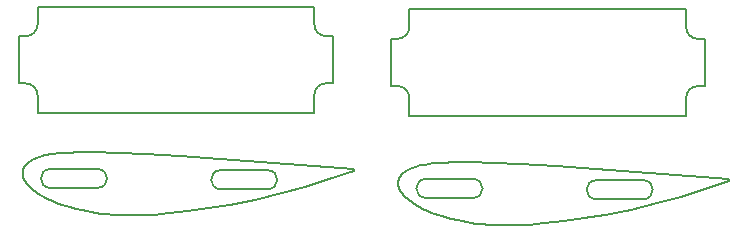
<source format=gbr>
G04 #@! TF.GenerationSoftware,KiCad,Pcbnew,(5.1.2)-1*
G04 #@! TF.CreationDate,2019-05-11T22:09:40-07:00*
G04 #@! TF.ProjectId,wing,77696e67-2e6b-4696-9361-645f70636258,rev?*
G04 #@! TF.SameCoordinates,Original*
G04 #@! TF.FileFunction,Profile,NP*
%FSLAX46Y46*%
G04 Gerber Fmt 4.6, Leading zero omitted, Abs format (unit mm)*
G04 Created by KiCad (PCBNEW (5.1.2)-1) date 2019-05-11 22:09:40*
%MOMM*%
%LPD*%
G04 APERTURE LIST*
%ADD10C,0.200000*%
G04 APERTURE END LIST*
D10*
X37842314Y-193205469D02*
X36054507Y-193513125D01*
X48367111Y-190318767D02*
X46292071Y-191037122D01*
X44253956Y-191666131D02*
X42263748Y-192213298D01*
X42263748Y-192213298D02*
X40011992Y-192757691D01*
X40011992Y-192757691D02*
X37842314Y-193205469D01*
X46292071Y-191037122D02*
X44253956Y-191666131D01*
X36054507Y-193513125D02*
X34341709Y-193752068D01*
X22612637Y-192789323D02*
X22372411Y-192673574D01*
X28742849Y-194078262D02*
X28052513Y-194046986D01*
X27384086Y-193994504D02*
X26952802Y-193948077D01*
X26952802Y-193948077D02*
X26534445Y-193893060D01*
X25364622Y-193683367D02*
X24828887Y-193557749D01*
X26130055Y-193830126D02*
X25740032Y-193759987D01*
X21931443Y-192435586D02*
X21829544Y-192374970D01*
X21731019Y-192313992D02*
X21635881Y-192252692D01*
X21544143Y-192191115D02*
X21455813Y-192129302D01*
X23131844Y-193012878D02*
X22865831Y-192902516D01*
X22145293Y-192555557D02*
X21931443Y-192435586D01*
X21829544Y-192374970D02*
X21731019Y-192313992D01*
X34341709Y-193752068D02*
X32712865Y-193926298D01*
X26534445Y-193893060D02*
X26130055Y-193830126D01*
X25740032Y-193759987D02*
X25364622Y-193683367D01*
X32712865Y-193926298D02*
X31419328Y-194024805D01*
X22372411Y-192673574D02*
X22145293Y-192555557D01*
X31419328Y-194024805D02*
X30421462Y-194072236D01*
X24007083Y-193324510D02*
X23702320Y-193224125D01*
X30421462Y-194072236D02*
X29451599Y-194088663D01*
X29451599Y-194088663D02*
X28742849Y-194078262D01*
X28052513Y-194046986D02*
X27384086Y-193994504D01*
X24828887Y-193557749D02*
X24325374Y-193421032D01*
X24325374Y-193421032D02*
X24007083Y-193324510D01*
X23702320Y-193224125D02*
X23410658Y-193120164D01*
X23410658Y-193120164D02*
X23131844Y-193012878D01*
X22865831Y-192902516D02*
X22612637Y-192789323D01*
X21635881Y-192252692D02*
X21544143Y-192191115D01*
X20402565Y-190128982D02*
X20413319Y-190102660D01*
X21455813Y-192129302D02*
X21370895Y-192067295D01*
X21370895Y-192067295D02*
X21289393Y-192005135D01*
X20386092Y-190868283D02*
X20377023Y-190838493D01*
X21065402Y-191818138D02*
X20997582Y-191755765D01*
X20933143Y-191693423D02*
X20872073Y-191631143D01*
X20424800Y-190076578D02*
X20436973Y-190050812D01*
X20537537Y-191199269D02*
X20519878Y-191169002D01*
X20368819Y-190809056D02*
X20361329Y-190779443D01*
X20343665Y-190691601D02*
X20339313Y-190662360D01*
X20366750Y-190236807D02*
X20374612Y-190209511D01*
X20661167Y-191383240D02*
X20616697Y-191321695D01*
X20456820Y-191047843D02*
X20442978Y-191017560D01*
X20329728Y-190546681D02*
X20329266Y-190518033D01*
X20359619Y-190264302D02*
X20366750Y-190236807D01*
X20463474Y-190000041D02*
X20477821Y-189975004D01*
X21289393Y-192005135D02*
X21211304Y-191942862D01*
X20708921Y-191444982D02*
X20661167Y-191383240D01*
X20353220Y-190291977D02*
X20359619Y-190264302D01*
X20616697Y-191321695D02*
X20575493Y-191260364D01*
X20471297Y-191077852D02*
X20456820Y-191047843D01*
X20442978Y-191017560D02*
X20430080Y-190987687D01*
X21211304Y-191942862D02*
X21136627Y-191880514D01*
X20524972Y-189901734D02*
X20542167Y-189877750D01*
X20342655Y-190347801D02*
X20347563Y-190319813D01*
X20872073Y-191631143D02*
X20814357Y-191568959D01*
X20374612Y-190209511D02*
X20383204Y-190182427D01*
X20508585Y-189925837D02*
X20524972Y-189901734D01*
X20348763Y-190720731D02*
X20343665Y-190691601D01*
X20330653Y-190460903D02*
X20332504Y-190432462D01*
X20335121Y-190404145D02*
X20338507Y-190375912D01*
X20814357Y-191568959D02*
X20759978Y-191506896D01*
X20519878Y-191169002D02*
X20502811Y-191138427D01*
X20339313Y-190662360D02*
X20335763Y-190633389D01*
X20383204Y-190182427D02*
X20392522Y-190155583D01*
X21136627Y-191880514D02*
X21065402Y-191818138D01*
X20575493Y-191260364D02*
X20556229Y-191229977D01*
X20556229Y-191229977D02*
X20537537Y-191199269D01*
X20335763Y-190633389D02*
X20332971Y-190604341D01*
X20413319Y-190102660D02*
X20424800Y-190076578D01*
X20361329Y-190779443D02*
X20354680Y-190750159D01*
X20449889Y-190025252D02*
X20463474Y-190000041D01*
X20542167Y-189877750D02*
X20559944Y-189854198D01*
X20338507Y-190375912D02*
X20342655Y-190347801D01*
X20486747Y-191108286D02*
X20471297Y-191077852D01*
X20430080Y-190987687D02*
X20417837Y-190957562D01*
X20406509Y-190927832D02*
X20395856Y-190897869D01*
X20436973Y-190050812D02*
X20449889Y-190025252D01*
X20417837Y-190957562D02*
X20406509Y-190927832D01*
X20377023Y-190838493D02*
X20368819Y-190809056D01*
X20332971Y-190604341D02*
X20330966Y-190575531D01*
X20330966Y-190575531D02*
X20329728Y-190546681D01*
X20354680Y-190750159D02*
X20348763Y-190720731D01*
X20332504Y-190432462D02*
X20335121Y-190404145D01*
X20492811Y-189950348D02*
X20508585Y-189925837D01*
X20392522Y-190155583D02*
X20402565Y-190128982D01*
X20477821Y-189975004D02*
X20492811Y-189950348D01*
X20997582Y-191755765D02*
X20933143Y-191693423D01*
X20329575Y-190489387D02*
X20330653Y-190460903D01*
X20759978Y-191506896D02*
X20708921Y-191444982D01*
X20329266Y-190518033D02*
X20329575Y-190489387D01*
X20347563Y-190319813D02*
X20353220Y-190291977D01*
X20502811Y-191138427D02*
X20486747Y-191108286D01*
X20395856Y-190897869D02*
X20386092Y-190868283D01*
X23697547Y-188811625D02*
X24246782Y-188777615D01*
X24989523Y-188756054D02*
X26293850Y-188763180D01*
X48352127Y-190209837D02*
X48367111Y-190318767D01*
X20597712Y-189807740D02*
X20617730Y-189784816D01*
X20704391Y-189696190D02*
X20727646Y-189674817D01*
X20776440Y-189632649D02*
X20802003Y-189611846D01*
X21410649Y-189268589D02*
X21488290Y-189237800D01*
X21488290Y-189237800D02*
X21568448Y-189208002D01*
X20939037Y-189512510D02*
X20998581Y-189474569D01*
X21568448Y-189208002D02*
X21651109Y-189179187D01*
X22006776Y-189073634D02*
X22199468Y-189026568D01*
X41085124Y-191874735D02*
X37085124Y-191874735D01*
X21192985Y-189366980D02*
X21262979Y-189333170D01*
X20727646Y-189674817D02*
X20751837Y-189653484D01*
X21335540Y-189300376D02*
X21410649Y-189268589D01*
X24246782Y-188777615D02*
X24989523Y-188756054D01*
X37085124Y-191874736D02*
G75*
G02X37085124Y-190274736I0J800000D01*
G01*
X20854875Y-189571271D02*
X20882153Y-189551500D01*
X21060767Y-189437671D02*
X21125574Y-189401811D01*
X41085124Y-190274737D02*
G75*
G02X41085124Y-191874735I0J-799999D01*
G01*
X30672188Y-188913327D02*
X33679131Y-189084857D01*
X41085124Y-190274736D02*
X37085124Y-190274736D01*
X20559944Y-189854198D02*
X20578553Y-189830743D01*
X20578553Y-189830743D02*
X20597712Y-189807740D01*
X21651109Y-189179187D02*
X21736272Y-189151348D01*
X20617730Y-189784816D02*
X20638263Y-189762359D01*
X21125574Y-189401811D02*
X21192985Y-189366980D01*
X22614607Y-188943646D02*
X22952332Y-188891202D01*
X26670000Y-190170002D02*
G75*
G02X26670000Y-191770000I0J-799999D01*
G01*
X20882153Y-189551500D02*
X20939037Y-189512510D01*
X33679131Y-189084857D02*
X48352127Y-190209837D01*
X23313155Y-188847158D02*
X23697547Y-188811625D01*
X20659682Y-189739965D02*
X20681581Y-189718053D01*
X20751837Y-189653484D02*
X20776440Y-189632649D01*
X22402058Y-188983247D02*
X22614607Y-188943646D01*
X20638263Y-189762359D02*
X20659682Y-189739965D01*
X22199468Y-189026568D02*
X22402058Y-188983247D01*
X22952332Y-188891202D02*
X23313155Y-188847158D01*
X21262979Y-189333170D02*
X21335540Y-189300376D01*
X21823965Y-189124486D02*
X22006776Y-189073634D01*
X20681581Y-189718053D02*
X20704391Y-189696190D01*
X20802003Y-189611846D02*
X20827947Y-189591544D01*
X20827947Y-189591544D02*
X20854875Y-189571271D01*
X20998581Y-189474569D02*
X21060767Y-189437671D01*
X21736272Y-189151348D02*
X21823965Y-189124486D01*
X26293850Y-188763180D02*
X30672188Y-188913327D01*
X26670000Y-190170001D02*
X22670000Y-190170001D01*
X22670000Y-191770001D02*
G75*
G02X22670000Y-190170001I0J800000D01*
G01*
X26670000Y-191770000D02*
X22670000Y-191770000D01*
X72880981Y-191123621D02*
X68880981Y-191123621D01*
X58465857Y-191018887D02*
G75*
G02X58465857Y-192618885I0J-799999D01*
G01*
X58465857Y-192618885D02*
X54465857Y-192618885D01*
X68880981Y-192723621D02*
G75*
G02X68880981Y-191123621I0J800000D01*
G01*
X58465857Y-191018886D02*
X54465857Y-191018886D01*
X62468045Y-189762212D02*
X65474988Y-189933742D01*
X54465857Y-192618886D02*
G75*
G02X54465857Y-191018886I0J800000D01*
G01*
X65474988Y-189933742D02*
X80147984Y-191058722D01*
X80147984Y-191058722D02*
X80162968Y-191167652D01*
X72880981Y-191123622D02*
G75*
G02X72880981Y-192723620I0J-799999D01*
G01*
X72880981Y-192723620D02*
X68880981Y-192723620D01*
X56785380Y-189604939D02*
X58089707Y-189612065D01*
X58089707Y-189612065D02*
X62468045Y-189762212D01*
X52555835Y-192355781D02*
X52504778Y-192293867D01*
X52457024Y-192232125D02*
X52412554Y-192170580D01*
X52315735Y-192017887D02*
X52298668Y-191987312D01*
X52144620Y-191569616D02*
X52139522Y-191540486D01*
X52125585Y-191395566D02*
X52125123Y-191366918D01*
X52130978Y-191253030D02*
X52134364Y-191224797D01*
X52412554Y-192170580D02*
X52371350Y-192109249D01*
X52371350Y-192109249D02*
X52352086Y-192078862D01*
X52164676Y-191657941D02*
X52157186Y-191628328D01*
X52126510Y-191309788D02*
X52128361Y-191281347D01*
X52333394Y-192048154D02*
X52315735Y-192017887D01*
X52298668Y-191987312D02*
X52282604Y-191957171D01*
X52213694Y-191806447D02*
X52202366Y-191776717D01*
X52139522Y-191540486D02*
X52135170Y-191511245D01*
X52135170Y-191511245D02*
X52131620Y-191482274D01*
X52172880Y-191687378D02*
X52164676Y-191657941D01*
X52134364Y-191224797D02*
X52138512Y-191196686D01*
X52138512Y-191196686D02*
X52143420Y-191168698D01*
X52143420Y-191168698D02*
X52149077Y-191140862D01*
X52149077Y-191140862D02*
X52155476Y-191113187D01*
X52188379Y-191004468D02*
X52198422Y-190977867D01*
X52150537Y-191599044D02*
X52144620Y-191569616D01*
X52131620Y-191482274D02*
X52128828Y-191453226D01*
X52504778Y-192293867D02*
X52457024Y-192232125D01*
X52352086Y-192078862D02*
X52333394Y-192048154D01*
X52198422Y-190977867D02*
X52209176Y-190951545D01*
X52238835Y-191866445D02*
X52225937Y-191836572D01*
X52181949Y-191717168D02*
X52172880Y-191687378D01*
X52170469Y-191058396D02*
X52179061Y-191031312D01*
X52128828Y-191453226D02*
X52126823Y-191424416D01*
X52125432Y-191338272D02*
X52126510Y-191309788D01*
X52126823Y-191424416D02*
X52125585Y-191395566D01*
X52225937Y-191836572D02*
X52213694Y-191806447D01*
X52202366Y-191776717D02*
X52191713Y-191746754D01*
X52282604Y-191957171D02*
X52267154Y-191926737D01*
X52267154Y-191926737D02*
X52252677Y-191896728D01*
X52252677Y-191896728D02*
X52238835Y-191866445D01*
X52162607Y-191085692D02*
X52170469Y-191058396D01*
X52125123Y-191366918D02*
X52125432Y-191338272D01*
X52128361Y-191281347D02*
X52130978Y-191253030D01*
X52157186Y-191628328D02*
X52150537Y-191599044D01*
X52191713Y-191746754D02*
X52181949Y-191717168D01*
X52155476Y-191113187D02*
X52162607Y-191085692D01*
X52179061Y-191031312D02*
X52188379Y-191004468D01*
X52667930Y-192480028D02*
X52610214Y-192417844D01*
X52610214Y-192417844D02*
X52555835Y-192355781D01*
X52413587Y-190633701D02*
X52434120Y-190611244D01*
X52477438Y-190566938D02*
X52500248Y-190545075D01*
X54410464Y-189792531D02*
X54748189Y-189740087D01*
X53532129Y-190000233D02*
X53619822Y-189973371D01*
X52355801Y-190703083D02*
X52374410Y-190679628D01*
X52678010Y-190400385D02*
X52734894Y-190361395D01*
X52434120Y-190611244D02*
X52455539Y-190588850D01*
X52794438Y-190323454D02*
X52856624Y-190286556D01*
X52650732Y-190420156D02*
X52678010Y-190400385D01*
X52288668Y-190799233D02*
X52304442Y-190774722D01*
X52523503Y-190523702D02*
X52547694Y-190502369D01*
X54197915Y-189832132D02*
X54410464Y-189792531D01*
X52304442Y-190774722D02*
X52320829Y-190750619D01*
X52320829Y-190750619D02*
X52338024Y-190726635D01*
X52856624Y-190286556D02*
X52921431Y-190250696D01*
X52338024Y-190726635D02*
X52355801Y-190703083D01*
X53058836Y-190182055D02*
X53131397Y-190149261D01*
X54748189Y-189740087D02*
X55109012Y-189696043D01*
X52393569Y-190656625D02*
X52413587Y-190633701D01*
X52921431Y-190250696D02*
X52988842Y-190215865D01*
X52374410Y-190679628D02*
X52393569Y-190656625D01*
X53995325Y-189875453D02*
X54197915Y-189832132D01*
X55109012Y-189696043D02*
X55493404Y-189660510D01*
X52547694Y-190502369D02*
X52572297Y-190481534D01*
X53284147Y-190086685D02*
X53364305Y-190056887D01*
X53446966Y-190028072D02*
X53532129Y-190000233D01*
X53802633Y-189922519D02*
X53995325Y-189875453D01*
X52572297Y-190481534D02*
X52597860Y-190460731D01*
X56042639Y-189626500D02*
X56785380Y-189604939D01*
X52597860Y-190460731D02*
X52623804Y-190440429D01*
X53364305Y-190056887D02*
X53446966Y-190028072D01*
X52500248Y-190545075D02*
X52523503Y-190523702D01*
X53131397Y-190149261D02*
X53206506Y-190117474D01*
X53619822Y-189973371D02*
X53802633Y-189922519D01*
X52209176Y-190951545D02*
X52220657Y-190925463D01*
X52623804Y-190440429D02*
X52650732Y-190420156D01*
X53206506Y-190117474D02*
X53284147Y-190086685D01*
X52988842Y-190215865D02*
X53058836Y-190182055D01*
X55493404Y-189660510D02*
X56042639Y-189626500D01*
X52220657Y-190925463D02*
X52232830Y-190899697D01*
X52232830Y-190899697D02*
X52245746Y-190874137D01*
X52259331Y-190848926D02*
X52273678Y-190823889D01*
X52455539Y-190588850D02*
X52477438Y-190566938D01*
X52734894Y-190361395D02*
X52794438Y-190323454D01*
X52245746Y-190874137D02*
X52259331Y-190848926D01*
X52273678Y-190823889D02*
X52288668Y-190799233D01*
X53166752Y-192916180D02*
X53085250Y-192854020D01*
X52932484Y-192729399D02*
X52861259Y-192667023D01*
X52861259Y-192667023D02*
X52793439Y-192604650D01*
X53085250Y-192854020D02*
X53007161Y-192791747D01*
X62217319Y-194921121D02*
X61247456Y-194937548D01*
X60538706Y-194927147D02*
X59848370Y-194895871D01*
X59848370Y-194895871D02*
X59179943Y-194843389D01*
X53431738Y-193101577D02*
X53340000Y-193040000D01*
X59179943Y-194843389D02*
X58748659Y-194796962D01*
X54661688Y-193751401D02*
X54408494Y-193638208D01*
X58330302Y-194741945D02*
X57925912Y-194679011D01*
X56624744Y-194406634D02*
X56121231Y-194269917D01*
X55802940Y-194173395D02*
X55498177Y-194073010D01*
X54927701Y-193861763D02*
X54661688Y-193751401D01*
X54408494Y-193638208D02*
X54168268Y-193522459D01*
X53526876Y-193162877D02*
X53431738Y-193101577D01*
X53941150Y-193404442D02*
X53727300Y-193284471D01*
X55498177Y-194073010D02*
X55206515Y-193969049D01*
X55206515Y-193969049D02*
X54927701Y-193861763D01*
X53007161Y-192791747D02*
X52932484Y-192729399D01*
X52729000Y-192542308D02*
X52667930Y-192480028D01*
X56121231Y-194269917D02*
X55802940Y-194173395D01*
X67850364Y-194362010D02*
X66137566Y-194600953D01*
X63215185Y-194873690D02*
X62217319Y-194921121D01*
X54168268Y-193522459D02*
X53941150Y-193404442D01*
X52793439Y-192604650D02*
X52729000Y-192542308D01*
X80162968Y-191167652D02*
X78087928Y-191886007D01*
X78087928Y-191886007D02*
X76049813Y-192515016D01*
X76049813Y-192515016D02*
X74059605Y-193062183D01*
X53625401Y-193223855D02*
X53526876Y-193162877D01*
X64508722Y-194775183D02*
X63215185Y-194873690D01*
X57160479Y-194532252D02*
X56624744Y-194406634D01*
X69638171Y-194054354D02*
X67850364Y-194362010D01*
X57925912Y-194679011D02*
X57535889Y-194608872D01*
X53251670Y-192978187D02*
X53166752Y-192916180D01*
X74059605Y-193062183D02*
X71807849Y-193606576D01*
X61247456Y-194937548D02*
X60538706Y-194927147D01*
X71807849Y-193606576D02*
X69638171Y-194054354D01*
X66137566Y-194600953D02*
X64508722Y-194775183D01*
X58748659Y-194796962D02*
X58330302Y-194741945D01*
X57535889Y-194608872D02*
X57160479Y-194532252D01*
X53727300Y-193284471D02*
X53625401Y-193223855D01*
X53340000Y-193040000D02*
X53251670Y-192978187D01*
X77500001Y-183149999D02*
X78070000Y-183149999D01*
X76500001Y-176650000D02*
X76500001Y-178150000D01*
X51500000Y-179150001D02*
X52070000Y-179150001D01*
X51500000Y-179150001D02*
X51500000Y-183150000D01*
X53070000Y-176650000D02*
X76500001Y-176650000D01*
X77500001Y-179150000D02*
X78070000Y-179150000D01*
X77500001Y-179150000D02*
G75*
G02X76500001Y-178150000I0J1000000D01*
G01*
X53070000Y-178150001D02*
G75*
G02X52070000Y-179150001I-1000000J0D01*
G01*
X78070000Y-183149999D02*
X78070000Y-179150000D01*
X53070000Y-178150001D02*
X53070000Y-176650000D01*
X76500001Y-184149999D02*
G75*
G02X77500001Y-183149999I1000000J0D01*
G01*
X51500000Y-183150000D02*
X52070000Y-183150000D01*
X76500001Y-185650000D02*
X76500001Y-184149999D01*
X53070000Y-185650000D02*
X76500001Y-185650000D01*
X53070000Y-184150000D02*
X53070000Y-185650000D01*
X52070000Y-183150000D02*
G75*
G02X53070000Y-184150000I0J-1000000D01*
G01*
X20020000Y-178920001D02*
X20590000Y-178920001D01*
X21590000Y-177920001D02*
X21590000Y-176420000D01*
X46020001Y-178920000D02*
X46590000Y-178920000D01*
X45020001Y-176420000D02*
X45020001Y-177920000D01*
X21590000Y-177920001D02*
G75*
G02X20590000Y-178920001I-1000000J0D01*
G01*
X21590000Y-176420000D02*
X45020001Y-176420000D01*
X20590000Y-182920000D02*
G75*
G02X21590000Y-183920000I0J-1000000D01*
G01*
X20020000Y-182920000D02*
X20590000Y-182920000D01*
X46020001Y-178920000D02*
G75*
G02X45020001Y-177920000I0J1000000D01*
G01*
X20020000Y-178920001D02*
X20020000Y-182920000D01*
X46590000Y-182919999D02*
X46590000Y-178920000D01*
X21590000Y-183920000D02*
X21590000Y-185420000D01*
X45020001Y-183919999D02*
G75*
G02X46020001Y-182919999I1000000J0D01*
G01*
X46020001Y-182919999D02*
X46590000Y-182919999D01*
X45020001Y-185420000D02*
X45020001Y-183919999D01*
X21590000Y-185420000D02*
X45020001Y-185420000D01*
M02*

</source>
